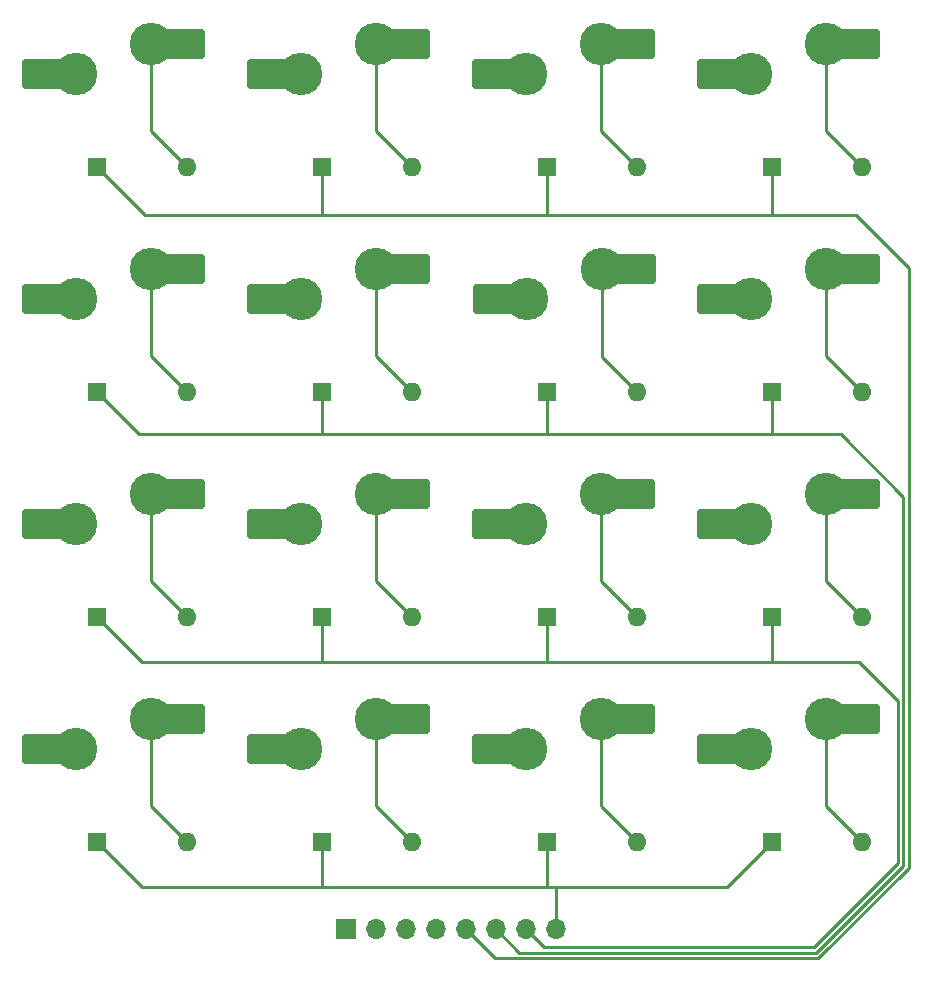
<source format=gbr>
%TF.GenerationSoftware,KiCad,Pcbnew,(6.0.7-1)-1*%
%TF.CreationDate,2022-09-13T12:36:23-04:00*%
%TF.ProjectId,KBT1,4b425431-2e6b-4696-9361-645f70636258,rev?*%
%TF.SameCoordinates,Original*%
%TF.FileFunction,Copper,L2,Bot*%
%TF.FilePolarity,Positive*%
%FSLAX46Y46*%
G04 Gerber Fmt 4.6, Leading zero omitted, Abs format (unit mm)*
G04 Created by KiCad (PCBNEW (6.0.7-1)-1) date 2022-09-13 12:36:23*
%MOMM*%
%LPD*%
G01*
G04 APERTURE LIST*
G04 Aperture macros list*
%AMRoundRect*
0 Rectangle with rounded corners*
0 $1 Rounding radius*
0 $2 $3 $4 $5 $6 $7 $8 $9 X,Y pos of 4 corners*
0 Add a 4 corners polygon primitive as box body*
4,1,4,$2,$3,$4,$5,$6,$7,$8,$9,$2,$3,0*
0 Add four circle primitives for the rounded corners*
1,1,$1+$1,$2,$3*
1,1,$1+$1,$4,$5*
1,1,$1+$1,$6,$7*
1,1,$1+$1,$8,$9*
0 Add four rect primitives between the rounded corners*
20,1,$1+$1,$2,$3,$4,$5,0*
20,1,$1+$1,$4,$5,$6,$7,0*
20,1,$1+$1,$6,$7,$8,$9,0*
20,1,$1+$1,$8,$9,$2,$3,0*%
G04 Aperture macros list end*
%TA.AperFunction,ComponentPad*%
%ADD10C,3.600000*%
%TD*%
%TA.AperFunction,SMDPad,CuDef*%
%ADD11RoundRect,0.250000X-1.525000X-1.000000X1.525000X-1.000000X1.525000X1.000000X-1.525000X1.000000X0*%
%TD*%
%TA.AperFunction,ComponentPad*%
%ADD12R,1.700000X1.700000*%
%TD*%
%TA.AperFunction,ComponentPad*%
%ADD13O,1.700000X1.700000*%
%TD*%
%TA.AperFunction,ComponentPad*%
%ADD14R,1.600000X1.600000*%
%TD*%
%TA.AperFunction,ComponentPad*%
%ADD15O,1.600000X1.600000*%
%TD*%
%TA.AperFunction,Conductor*%
%ADD16C,0.250000*%
%TD*%
G04 APERTURE END LIST*
D10*
%TO.P,K0,1*%
%TO.N,/col0*%
X27940000Y-26670000D03*
D11*
X25165000Y-26670000D03*
D10*
%TO.P,K0,2*%
%TO.N,Net-(D1-Pad2)*%
X34290000Y-24130000D03*
D11*
X37070000Y-24130000D03*
%TD*%
D10*
%TO.P,K1,1*%
%TO.N,/col0*%
X27940000Y-45720000D03*
D11*
X25165000Y-45720000D03*
%TO.P,K1,2*%
%TO.N,Net-(D2-Pad2)*%
X37070000Y-43180000D03*
D10*
X34290000Y-43180000D03*
%TD*%
%TO.P,K2,1*%
%TO.N,/col0*%
X27940000Y-64770000D03*
D11*
X25165000Y-64770000D03*
%TO.P,K2,2*%
%TO.N,Net-(D3-Pad2)*%
X37070000Y-62230000D03*
D10*
X34290000Y-62230000D03*
%TD*%
D11*
%TO.P,K3,1*%
%TO.N,/col0*%
X25165000Y-83820000D03*
D10*
X27940000Y-83820000D03*
D11*
%TO.P,K3,2*%
%TO.N,Net-(D4-Pad2)*%
X37070000Y-81280000D03*
D10*
X34290000Y-81280000D03*
%TD*%
%TO.P,K4,1*%
%TO.N,/col1*%
X46990000Y-26670000D03*
D11*
X44215000Y-26670000D03*
D10*
%TO.P,K4,2*%
%TO.N,Net-(D5-Pad2)*%
X53340000Y-24130000D03*
D11*
X56120000Y-24130000D03*
%TD*%
D10*
%TO.P,K5,1*%
%TO.N,/col1*%
X46990000Y-45720000D03*
D11*
X44215000Y-45720000D03*
D10*
%TO.P,K5,2*%
%TO.N,Net-(D6-Pad2)*%
X53340000Y-43180000D03*
D11*
X56120000Y-43180000D03*
%TD*%
%TO.P,K6,1*%
%TO.N,/col1*%
X44215000Y-64770000D03*
D10*
X46990000Y-64770000D03*
%TO.P,K6,2*%
%TO.N,Net-(D7-Pad2)*%
X53340000Y-62230000D03*
D11*
X56120000Y-62230000D03*
%TD*%
D10*
%TO.P,K7,1*%
%TO.N,/col1*%
X46990000Y-83820000D03*
D11*
X44215000Y-83820000D03*
%TO.P,K7,2*%
%TO.N,Net-(D8-Pad2)*%
X56120000Y-81280000D03*
D10*
X53340000Y-81280000D03*
%TD*%
D11*
%TO.P,K8,1*%
%TO.N,/col2*%
X63265000Y-26670000D03*
D10*
X66040000Y-26670000D03*
%TO.P,K8,2*%
%TO.N,Net-(D9-Pad2)*%
X72390000Y-24130000D03*
D11*
X75170000Y-24130000D03*
%TD*%
%TO.P,K9,1*%
%TO.N,/col2*%
X63340001Y-45720000D03*
D10*
X66115001Y-45720000D03*
D11*
%TO.P,K9,2*%
%TO.N,Net-(D10-Pad2)*%
X75245001Y-43180000D03*
D10*
X72465001Y-43180000D03*
%TD*%
%TO.P,K10,1*%
%TO.N,/col2*%
X66040000Y-64770000D03*
D11*
X63265000Y-64770000D03*
%TO.P,K10,2*%
%TO.N,Net-(D11-Pad2)*%
X75170000Y-62230000D03*
D10*
X72390000Y-62230000D03*
%TD*%
D11*
%TO.P,K11,1*%
%TO.N,/col2*%
X63265000Y-83820000D03*
D10*
X66040000Y-83820000D03*
D11*
%TO.P,K11,2*%
%TO.N,Net-(D12-Pad2)*%
X75170000Y-81280000D03*
D10*
X72390000Y-81280000D03*
%TD*%
D11*
%TO.P,K12,1*%
%TO.N,/col3*%
X82315000Y-26670000D03*
D10*
X85090000Y-26670000D03*
D11*
%TO.P,K12,2*%
%TO.N,Net-(D13-Pad2)*%
X94220000Y-24130000D03*
D10*
X91440000Y-24130000D03*
%TD*%
D11*
%TO.P,K13,1*%
%TO.N,/col3*%
X82315000Y-45720000D03*
D10*
X85090000Y-45720000D03*
%TO.P,K13,2*%
%TO.N,Net-(D14-Pad2)*%
X91440000Y-43180000D03*
D11*
X94220000Y-43180000D03*
%TD*%
D10*
%TO.P,K14,1*%
%TO.N,/col3*%
X85090000Y-64770000D03*
D11*
X82315000Y-64770000D03*
D10*
%TO.P,K14,2*%
%TO.N,Net-(D15-Pad2)*%
X91440000Y-62230000D03*
D11*
X94220000Y-62230000D03*
%TD*%
D10*
%TO.P,K15,1*%
%TO.N,/col3*%
X85090000Y-83820000D03*
D11*
X82315000Y-83820000D03*
D10*
%TO.P,K15,2*%
%TO.N,Net-(D16-Pad2)*%
X91440000Y-81280000D03*
D11*
X94220000Y-81280000D03*
%TD*%
D12*
%TO.P,J1,1,Pin_1*%
%TO.N,/col0*%
X50800000Y-99060000D03*
D13*
%TO.P,J1,2,Pin_2*%
%TO.N,/col1*%
X53340000Y-99060000D03*
%TO.P,J1,3,Pin_3*%
%TO.N,/col2*%
X55880000Y-99060000D03*
%TO.P,J1,4,Pin_4*%
%TO.N,/col3*%
X58420000Y-99060000D03*
%TO.P,J1,5,Pin_5*%
%TO.N,/row0*%
X60960000Y-99060000D03*
%TO.P,J1,6,Pin_6*%
%TO.N,/row1*%
X63500000Y-99060000D03*
%TO.P,J1,7,Pin_7*%
%TO.N,/row2*%
X66040000Y-99060000D03*
%TO.P,J1,8,Pin_8*%
%TO.N,/row3*%
X68580000Y-99060000D03*
%TD*%
D14*
%TO.P,D1,1,K*%
%TO.N,/row0*%
X29718000Y-34544000D03*
D15*
%TO.P,D1,2,A*%
%TO.N,Net-(D1-Pad2)*%
X37338000Y-34544000D03*
%TD*%
D14*
%TO.P,D2,1,K*%
%TO.N,/row1*%
X29718000Y-53594000D03*
D15*
%TO.P,D2,2,A*%
%TO.N,Net-(D2-Pad2)*%
X37338000Y-53594000D03*
%TD*%
D14*
%TO.P,D3,1,K*%
%TO.N,/row2*%
X29718000Y-72644000D03*
D15*
%TO.P,D3,2,A*%
%TO.N,Net-(D3-Pad2)*%
X37338000Y-72644000D03*
%TD*%
D14*
%TO.P,D4,1,K*%
%TO.N,/row3*%
X29718000Y-91694000D03*
D15*
%TO.P,D4,2,A*%
%TO.N,Net-(D4-Pad2)*%
X37338000Y-91694000D03*
%TD*%
D14*
%TO.P,D5,1,K*%
%TO.N,/row0*%
X48768000Y-34544000D03*
D15*
%TO.P,D5,2,A*%
%TO.N,Net-(D5-Pad2)*%
X56388000Y-34544000D03*
%TD*%
D14*
%TO.P,D6,1,K*%
%TO.N,/row1*%
X48768000Y-53594000D03*
D15*
%TO.P,D6,2,A*%
%TO.N,Net-(D6-Pad2)*%
X56388000Y-53594000D03*
%TD*%
D14*
%TO.P,D7,1,K*%
%TO.N,/row2*%
X48768000Y-72644000D03*
D15*
%TO.P,D7,2,A*%
%TO.N,Net-(D7-Pad2)*%
X56388000Y-72644000D03*
%TD*%
D14*
%TO.P,D8,1,K*%
%TO.N,/row3*%
X48768000Y-91694000D03*
D15*
%TO.P,D8,2,A*%
%TO.N,Net-(D8-Pad2)*%
X56388000Y-91694000D03*
%TD*%
D14*
%TO.P,D9,1,K*%
%TO.N,/row0*%
X67818000Y-34544000D03*
D15*
%TO.P,D9,2,A*%
%TO.N,Net-(D9-Pad2)*%
X75438000Y-34544000D03*
%TD*%
D14*
%TO.P,D10,1,K*%
%TO.N,/row1*%
X67818000Y-53594000D03*
D15*
%TO.P,D10,2,A*%
%TO.N,Net-(D10-Pad2)*%
X75438000Y-53594000D03*
%TD*%
D14*
%TO.P,D11,1,K*%
%TO.N,/row2*%
X67818000Y-72644000D03*
D15*
%TO.P,D11,2,A*%
%TO.N,Net-(D11-Pad2)*%
X75438000Y-72644000D03*
%TD*%
D14*
%TO.P,D12,1,K*%
%TO.N,/row3*%
X67818000Y-91694000D03*
D15*
%TO.P,D12,2,A*%
%TO.N,Net-(D12-Pad2)*%
X75438000Y-91694000D03*
%TD*%
D14*
%TO.P,D13,1,K*%
%TO.N,/row0*%
X86868000Y-34544000D03*
D15*
%TO.P,D13,2,A*%
%TO.N,Net-(D13-Pad2)*%
X94488000Y-34544000D03*
%TD*%
D14*
%TO.P,D14,1,K*%
%TO.N,/row1*%
X86868000Y-53594000D03*
D15*
%TO.P,D14,2,A*%
%TO.N,Net-(D14-Pad2)*%
X94488000Y-53594000D03*
%TD*%
D14*
%TO.P,D15,1,K*%
%TO.N,/row2*%
X86868000Y-72644000D03*
D15*
%TO.P,D15,2,A*%
%TO.N,Net-(D15-Pad2)*%
X94488000Y-72644000D03*
%TD*%
D14*
%TO.P,D16,1,K*%
%TO.N,/row3*%
X86868000Y-91694000D03*
D15*
%TO.P,D16,2,A*%
%TO.N,Net-(D16-Pad2)*%
X94488000Y-91694000D03*
%TD*%
D16*
%TO.N,Net-(D1-Pad2)*%
X37338000Y-34544000D02*
X34290000Y-31496000D01*
X34290000Y-31496000D02*
X34290000Y-24130000D01*
%TO.N,/row0*%
X67818000Y-34544000D02*
X67818000Y-38608000D01*
X33782000Y-38608000D02*
X48768000Y-38608000D01*
X60960000Y-99060000D02*
X63384000Y-101484000D01*
X90796792Y-101484000D02*
X98436000Y-93844792D01*
X67818000Y-38608000D02*
X86868000Y-38608000D01*
X29718000Y-34544000D02*
X33782000Y-38608000D01*
X63384000Y-101484000D02*
X90796792Y-101484000D01*
X86868000Y-34544000D02*
X86868000Y-38608000D01*
X98436000Y-93844792D02*
X98436000Y-43064000D01*
X48768000Y-34544000D02*
X48768000Y-38608000D01*
X93980000Y-38608000D02*
X86868000Y-38608000D01*
X48768000Y-38608000D02*
X67818000Y-38608000D01*
X98436000Y-43064000D02*
X93980000Y-38608000D01*
%TO.N,Net-(D2-Pad2)*%
X34290000Y-50546000D02*
X37338000Y-53594000D01*
X34290000Y-43180000D02*
X34290000Y-50546000D01*
%TO.N,/row1*%
X97986000Y-62426000D02*
X92710000Y-57150000D01*
X48768000Y-53594000D02*
X48768000Y-57150000D01*
X97986000Y-93658396D02*
X97986000Y-62426000D01*
X92710000Y-57150000D02*
X86868000Y-57150000D01*
X65474000Y-101034000D02*
X90610396Y-101034000D01*
X34290000Y-57150000D02*
X48768000Y-57150000D01*
X67818000Y-53594000D02*
X67818000Y-57150000D01*
X67818000Y-57150000D02*
X86868000Y-57150000D01*
X48768000Y-57150000D02*
X67818000Y-57150000D01*
X86868000Y-53594000D02*
X86868000Y-57150000D01*
X29718000Y-53594000D02*
X33274000Y-57150000D01*
X90610396Y-101034000D02*
X97986000Y-93658396D01*
X63500000Y-99060000D02*
X65474000Y-101034000D01*
X33274000Y-57150000D02*
X34290000Y-57150000D01*
%TO.N,Net-(D3-Pad2)*%
X37338000Y-72644000D02*
X34290000Y-69596000D01*
X34290000Y-69596000D02*
X34290000Y-62230000D01*
%TO.N,/row2*%
X67564000Y-100584000D02*
X90424000Y-100584000D01*
X48768000Y-72644000D02*
X48768000Y-76454000D01*
X86868000Y-76454000D02*
X94234000Y-76454000D01*
X86868000Y-72644000D02*
X86868000Y-76454000D01*
X29718000Y-72644000D02*
X33528000Y-76454000D01*
X33528000Y-76454000D02*
X48768000Y-76454000D01*
X97536000Y-93472000D02*
X97536000Y-79756000D01*
X66040000Y-99060000D02*
X67564000Y-100584000D01*
X48768000Y-76454000D02*
X57150000Y-76454000D01*
X67818000Y-72644000D02*
X67818000Y-76454000D01*
X97536000Y-79756000D02*
X94234000Y-76454000D01*
X67818000Y-76454000D02*
X86868000Y-76454000D01*
X90424000Y-100584000D02*
X97536000Y-93472000D01*
X57150000Y-76454000D02*
X67818000Y-76454000D01*
%TO.N,Net-(D4-Pad2)*%
X34290000Y-81280000D02*
X34290000Y-88646000D01*
X34290000Y-88646000D02*
X37338000Y-91694000D01*
%TO.N,/row3*%
X86868000Y-91694000D02*
X83058000Y-95504000D01*
X67818000Y-95504000D02*
X48768000Y-95504000D01*
X48768000Y-95504000D02*
X33528000Y-95504000D01*
X48768000Y-91694000D02*
X48768000Y-95504000D01*
X67818000Y-91694000D02*
X67818000Y-95504000D01*
X68580000Y-95504000D02*
X67818000Y-95504000D01*
X68580000Y-99060000D02*
X68580000Y-95504000D01*
X83058000Y-95504000D02*
X68580000Y-95504000D01*
X33528000Y-95504000D02*
X29718000Y-91694000D01*
%TO.N,Net-(D5-Pad2)*%
X53340000Y-31496000D02*
X53340000Y-24130000D01*
X56388000Y-34544000D02*
X53340000Y-31496000D01*
%TO.N,Net-(D6-Pad2)*%
X53340000Y-50546000D02*
X56388000Y-53594000D01*
X53340000Y-43180000D02*
X53340000Y-50546000D01*
%TO.N,Net-(D7-Pad2)*%
X53340000Y-62230000D02*
X53340000Y-69596000D01*
X53340000Y-69596000D02*
X56388000Y-72644000D01*
%TO.N,Net-(D8-Pad2)*%
X53340000Y-81280000D02*
X53340000Y-88646000D01*
X53340000Y-88646000D02*
X56388000Y-91694000D01*
%TO.N,Net-(D9-Pad2)*%
X75438000Y-34544000D02*
X72390000Y-31496000D01*
X72390000Y-31496000D02*
X72390000Y-24130000D01*
%TO.N,Net-(D10-Pad2)*%
X72465001Y-43180000D02*
X72465001Y-50621001D01*
X72465001Y-50621001D02*
X75438000Y-53594000D01*
%TO.N,Net-(D11-Pad2)*%
X72390000Y-62230000D02*
X72390000Y-69596000D01*
X72390000Y-69596000D02*
X75438000Y-72644000D01*
%TO.N,Net-(D12-Pad2)*%
X72390000Y-88646000D02*
X75438000Y-91694000D01*
X72390000Y-81280000D02*
X72390000Y-88646000D01*
%TO.N,Net-(D13-Pad2)*%
X91440000Y-31496000D02*
X91440000Y-24130000D01*
X94488000Y-34544000D02*
X91440000Y-31496000D01*
%TO.N,Net-(D14-Pad2)*%
X91440000Y-43180000D02*
X91440000Y-50546000D01*
X91440000Y-50546000D02*
X94488000Y-53594000D01*
%TO.N,Net-(D15-Pad2)*%
X91440000Y-62230000D02*
X91440000Y-69596000D01*
X91440000Y-69596000D02*
X94488000Y-72644000D01*
%TO.N,Net-(D16-Pad2)*%
X91440000Y-88646000D02*
X94488000Y-91694000D01*
X91440000Y-81280000D02*
X91440000Y-88646000D01*
%TD*%
M02*

</source>
